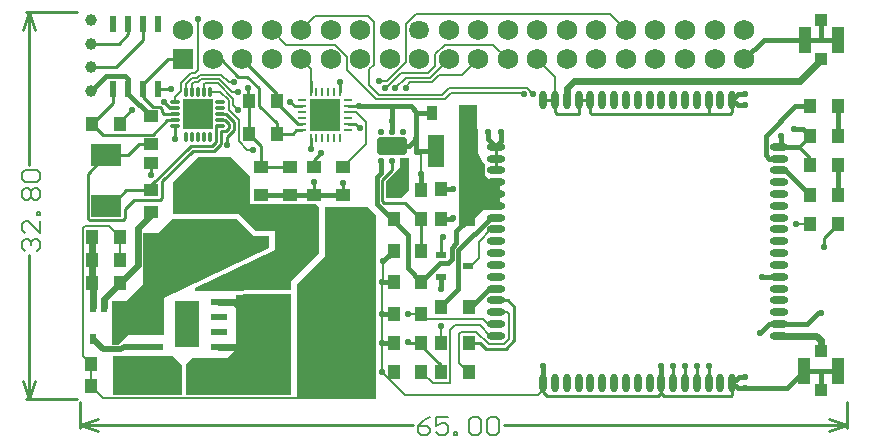
<source format=gtl>
G04 Layer_Physical_Order=1*
G04 Layer_Color=255*
%FSLAX43Y43*%
%MOMM*%
G71*
G01*
G75*
%ADD10R,2.600X2.700*%
%ADD11O,0.800X0.250*%
%ADD12O,0.250X0.800*%
%ADD13R,2.500X2.500*%
%ADD14O,0.950X0.300*%
%ADD15O,0.300X0.950*%
%ADD16R,2.000X4.000*%
%ADD17R,1.450X0.600*%
%ADD18R,0.910X1.220*%
%ADD19R,0.600X1.450*%
%ADD20R,2.600X1.900*%
%ADD21R,0.600X0.950*%
%ADD22R,1.050X1.300*%
%ADD23R,0.900X0.600*%
G04:AMPARAMS|DCode=24|XSize=0.5mm|YSize=0.45mm|CornerRadius=0.045mm|HoleSize=0mm|Usage=FLASHONLY|Rotation=270.000|XOffset=0mm|YOffset=0mm|HoleType=Round|Shape=RoundedRectangle|*
%AMROUNDEDRECTD24*
21,1,0.500,0.360,0,0,270.0*
21,1,0.410,0.450,0,0,270.0*
1,1,0.090,-0.180,-0.205*
1,1,0.090,-0.180,0.205*
1,1,0.090,0.180,0.205*
1,1,0.090,0.180,-0.205*
%
%ADD24ROUNDEDRECTD24*%
G04:AMPARAMS|DCode=25|XSize=1.5mm|YSize=2.5mm|CornerRadius=0.15mm|HoleSize=0mm|Usage=FLASHONLY|Rotation=270.000|XOffset=0mm|YOffset=0mm|HoleType=Round|Shape=RoundedRectangle|*
%AMROUNDEDRECTD25*
21,1,1.500,2.200,0,0,270.0*
21,1,1.200,2.500,0,0,270.0*
1,1,0.300,-1.100,-0.600*
1,1,0.300,-1.100,0.600*
1,1,0.300,1.100,0.600*
1,1,0.300,1.100,-0.600*
%
%ADD25ROUNDEDRECTD25*%
%ADD26R,3.600X8.200*%
%ADD27R,2.400X1.800*%
%ADD28R,1.300X1.050*%
%ADD29R,1.450X2.700*%
%ADD30R,3.000X1.300*%
%ADD31R,1.050X2.200*%
%ADD32R,1.000X1.000*%
%ADD33O,0.600X1.600*%
%ADD34O,1.600X0.600*%
%ADD35R,1.300X3.000*%
%ADD36C,0.254*%
%ADD37C,0.400*%
%ADD38C,0.250*%
%ADD39C,0.200*%
%ADD40C,0.500*%
%ADD41C,3.000*%
%ADD42C,1.800*%
%ADD43C,0.600*%
%ADD44C,0.152*%
%ADD45C,1.000*%
%ADD46C,1.750*%
%ADD47O,1.750X1.500*%
%ADD48R,1.750X1.750*%
%ADD49C,0.550*%
G36*
X17875Y375D02*
X9000Y375D01*
X9000Y2933D01*
X9534Y3500D01*
X13800D01*
Y8875D01*
X17875D01*
X17875Y375D01*
D02*
G37*
G36*
X7900Y3625D02*
X8625Y2900D01*
X8625Y375D01*
X2800Y375D01*
X2800Y3625D01*
X3850D01*
X7900Y3625D01*
D02*
G37*
G36*
X24425Y16225D02*
X25125Y15525D01*
X25125Y0D01*
X18375D01*
Y9500D01*
Y9750D01*
X20750Y12125D01*
Y16225D01*
X24425Y16225D01*
D02*
G37*
G36*
X14725Y13825D02*
X16025D01*
Y12800D01*
X7100Y8525D01*
Y5400D01*
X4125D01*
X3483Y4758D01*
X3449Y4736D01*
X3322Y4608D01*
X2725D01*
Y5550D01*
Y8300D01*
X3950D01*
X5325Y9675D01*
X5375Y9725D01*
Y11271D01*
X5384Y11316D01*
Y14025D01*
X6675D01*
X7875Y15225D01*
X13325D01*
X14725Y13825D01*
D02*
G37*
G36*
X27925Y19375D02*
Y17700D01*
X27200Y16975D01*
X25950D01*
Y18475D01*
X27125Y19650D01*
Y20425D01*
X27925D01*
Y19375D01*
D02*
G37*
G36*
X33725Y20800D02*
X34175Y20000D01*
Y19925D01*
Y19000D01*
X34200Y18975D01*
X34625Y18650D01*
X35475Y18600D01*
Y16125D01*
X34125D01*
X33425Y15425D01*
Y14625D01*
X32100D01*
Y14675D01*
Y24925D01*
X33650D01*
X33725Y20800D01*
D02*
G37*
G36*
X14400Y18875D02*
Y16500D01*
X19975D01*
X20250Y16225D01*
Y12350D01*
X17875Y9975D01*
X17875Y9200D01*
X9890Y9175D01*
X9800Y9265D01*
Y9400D01*
X16500Y12625D01*
Y14250D01*
X14875D01*
X13500Y15625D01*
X7900D01*
Y18400D01*
X10100Y20500D01*
X12775D01*
X14400Y18875D01*
D02*
G37*
D10*
X20800Y24025D02*
D03*
D11*
X18850Y22775D02*
D03*
Y23275D02*
D03*
Y23775D02*
D03*
Y24275D02*
D03*
Y24775D02*
D03*
Y25275D02*
D03*
X22750D02*
D03*
Y24775D02*
D03*
Y24275D02*
D03*
Y23775D02*
D03*
Y23275D02*
D03*
Y22775D02*
D03*
D12*
X19550Y25975D02*
D03*
X20050D02*
D03*
X20550D02*
D03*
X21050D02*
D03*
X21550D02*
D03*
X22050D02*
D03*
Y22075D02*
D03*
X21550D02*
D03*
X21050D02*
D03*
X20550D02*
D03*
X20050D02*
D03*
X19550D02*
D03*
D13*
X10000Y24100D02*
D03*
D14*
X8100Y23100D02*
D03*
Y23600D02*
D03*
Y24100D02*
D03*
Y24600D02*
D03*
Y25100D02*
D03*
X11900D02*
D03*
Y24600D02*
D03*
Y24100D02*
D03*
Y23600D02*
D03*
Y23100D02*
D03*
D15*
X9000Y26000D02*
D03*
X9500D02*
D03*
X10000D02*
D03*
X10500D02*
D03*
X11000D02*
D03*
Y22200D02*
D03*
X10500D02*
D03*
X10000D02*
D03*
X9500D02*
D03*
X9000D02*
D03*
D16*
X9100Y6345D02*
D03*
D17*
X11825Y4440D02*
D03*
Y5710D02*
D03*
Y6980D02*
D03*
Y8250D02*
D03*
X6375Y4440D02*
D03*
Y5710D02*
D03*
Y6980D02*
D03*
Y8250D02*
D03*
D18*
X29862Y24250D02*
D03*
X33138D02*
D03*
D19*
X2845Y26275D02*
D03*
X4115D02*
D03*
X5385D02*
D03*
X6655D02*
D03*
X2845Y31725D02*
D03*
X4115D02*
D03*
X5385D02*
D03*
X6655D02*
D03*
D20*
X2250Y20650D02*
D03*
Y16350D02*
D03*
D21*
X3025Y5075D02*
D03*
X1125D02*
D03*
Y7825D02*
D03*
X2075D02*
D03*
X3025D02*
D03*
D22*
X26576Y7225D02*
D03*
X28925D02*
D03*
X26576Y4725D02*
D03*
X28925D02*
D03*
X32924Y2275D02*
D03*
X30575D02*
D03*
X32924Y4775D02*
D03*
X30575D02*
D03*
X32924Y7775D02*
D03*
X30575D02*
D03*
X26576Y12550D02*
D03*
X28925D02*
D03*
X64174Y24775D02*
D03*
X61825D02*
D03*
X64174Y17275D02*
D03*
X61825D02*
D03*
X26576Y15225D02*
D03*
X28925D02*
D03*
X3424Y9825D02*
D03*
X1075D02*
D03*
X1076Y13750D02*
D03*
X3425D02*
D03*
X3424Y23275D02*
D03*
X1075D02*
D03*
X16699Y25225D02*
D03*
X14350D02*
D03*
X16674Y22475D02*
D03*
X14325D02*
D03*
X61825Y22275D02*
D03*
X64174D02*
D03*
X61825Y19775D02*
D03*
X64174D02*
D03*
X28924Y2275D02*
D03*
X26575D02*
D03*
X64174Y14775D02*
D03*
X61825D02*
D03*
X26576Y17725D02*
D03*
X28925D02*
D03*
X26576Y9925D02*
D03*
X28925D02*
D03*
X32924Y15275D02*
D03*
X30575D02*
D03*
X32924Y17775D02*
D03*
X30575D02*
D03*
X976Y1075D02*
D03*
X3325D02*
D03*
X976Y2975D02*
D03*
X3325D02*
D03*
X3424Y11800D02*
D03*
X1075D02*
D03*
D23*
X32900Y11250D02*
D03*
X30600Y10300D02*
D03*
Y12200D02*
D03*
D24*
X25475Y22625D02*
D03*
X26425D02*
D03*
X27350D02*
D03*
X25475Y20175D02*
D03*
X26425D02*
D03*
X27350D02*
D03*
D25*
X26425Y21400D02*
D03*
D26*
X21575Y4775D02*
D03*
X14975D02*
D03*
D27*
X6800Y1800D02*
D03*
X10900D02*
D03*
D28*
X6025Y21576D02*
D03*
Y23925D02*
D03*
Y17651D02*
D03*
Y20000D02*
D03*
X15375Y13301D02*
D03*
Y15650D02*
D03*
X6025Y15849D02*
D03*
Y13500D02*
D03*
X15350Y17301D02*
D03*
Y19650D02*
D03*
X17800Y19649D02*
D03*
Y17300D02*
D03*
X19800Y17301D02*
D03*
Y19650D02*
D03*
X22300Y17301D02*
D03*
Y19650D02*
D03*
D29*
X32825Y21000D02*
D03*
X30175D02*
D03*
D30*
X23400Y13100D02*
D03*
X18200D02*
D03*
D31*
X61375Y30400D02*
D03*
X64225D02*
D03*
X64200Y2400D02*
D03*
X61350D02*
D03*
D32*
X62800Y32050D02*
D03*
Y28750D02*
D03*
X62775Y750D02*
D03*
Y4050D02*
D03*
D33*
X39250Y25350D02*
D03*
X40250D02*
D03*
X41250D02*
D03*
X42250D02*
D03*
X43250D02*
D03*
X44250D02*
D03*
X45250D02*
D03*
X46250D02*
D03*
X47250D02*
D03*
X48250D02*
D03*
X49250D02*
D03*
X50250D02*
D03*
X51250D02*
D03*
X52250D02*
D03*
X53250D02*
D03*
X54250D02*
D03*
X55250D02*
D03*
Y1350D02*
D03*
X54250D02*
D03*
X53250D02*
D03*
X52250D02*
D03*
X51250D02*
D03*
X50250D02*
D03*
X49250D02*
D03*
X48250D02*
D03*
X47250D02*
D03*
X46250D02*
D03*
X45250D02*
D03*
X44250D02*
D03*
X43250D02*
D03*
X42250D02*
D03*
X41250D02*
D03*
X40250D02*
D03*
X39250D02*
D03*
D34*
X59250Y21350D02*
D03*
Y20350D02*
D03*
Y19350D02*
D03*
Y18350D02*
D03*
Y17350D02*
D03*
Y16350D02*
D03*
Y15350D02*
D03*
Y14350D02*
D03*
Y13350D02*
D03*
Y12350D02*
D03*
Y11350D02*
D03*
Y10350D02*
D03*
Y9350D02*
D03*
Y8350D02*
D03*
Y7350D02*
D03*
Y6350D02*
D03*
Y5350D02*
D03*
X35250D02*
D03*
Y6350D02*
D03*
Y7350D02*
D03*
Y8350D02*
D03*
Y9350D02*
D03*
Y10350D02*
D03*
Y11350D02*
D03*
Y12350D02*
D03*
Y13350D02*
D03*
Y14350D02*
D03*
Y15350D02*
D03*
Y16350D02*
D03*
Y17350D02*
D03*
Y18350D02*
D03*
Y19350D02*
D03*
Y20350D02*
D03*
Y21350D02*
D03*
D35*
X10725Y13725D02*
D03*
Y18925D02*
D03*
D36*
X-4560Y32800D02*
X-254D01*
X-4560Y0D02*
X-254D01*
X-4306Y19828D02*
Y32800D01*
Y0D02*
Y12159D01*
X-4814Y31276D02*
X-4306Y32800D01*
X-3798Y31276D01*
X-4306Y0D02*
X-3798Y1524D01*
X-4814D02*
X-4306Y0D01*
X65000Y-2429D02*
Y-254D01*
X0Y-2429D02*
Y-254D01*
X35928Y-2175D02*
X65000D01*
X0D02*
X28259D01*
X63476Y-1667D02*
X65000Y-2175D01*
X63476Y-2683D02*
X65000Y-2175D01*
X0D02*
X1524Y-2683D01*
X0Y-2175D02*
X1524Y-1667D01*
X18250Y24775D02*
X18850D01*
X19550Y25975D02*
Y26900D01*
X22750Y24775D02*
X23675D01*
X11900Y24100D02*
X12423D01*
X12500Y21500D02*
Y22177D01*
X3424Y23499D02*
X4400Y24475D01*
X12500Y22177D02*
X13072Y22749D01*
Y23451D01*
X12423Y24100D02*
X13072Y23451D01*
X52250Y1350D02*
Y2775D01*
X51250Y1350D02*
Y2750D01*
X50250Y2775D02*
X50250Y2775D01*
Y1350D02*
Y2775D01*
X53250Y1350D02*
Y2775D01*
X5385Y30360D02*
Y31725D01*
X3100Y28075D02*
X5385Y30360D01*
X975Y28075D02*
X3100D01*
X4115Y30865D02*
Y31725D01*
X3325Y30075D02*
X4115Y30865D01*
X975Y30075D02*
X3325D01*
X55250Y375D02*
Y1350D01*
X55138Y263D02*
X55250Y375D01*
X49487Y263D02*
X55138D01*
X49250Y500D02*
X49487Y263D01*
X48975Y225D02*
X49250Y500D01*
X39575Y225D02*
X48975D01*
X39250Y550D02*
X39575Y225D01*
X55250Y24300D02*
Y25350D01*
X55050Y24100D02*
X55250Y24300D01*
X53400Y24100D02*
X55050D01*
X53250Y24250D02*
X53400Y24100D01*
X53250Y24250D02*
Y25350D01*
X53100Y24100D02*
X53250Y24250D01*
X43250Y24250D02*
Y25350D01*
Y24250D02*
X43400Y24100D01*
X53100D01*
X40250Y24325D02*
X40450Y24125D01*
X40250Y24325D02*
Y25350D01*
X39250D02*
X40250D01*
X42250D02*
X43250D01*
X42250Y24150D02*
Y25350D01*
X42225Y24125D02*
X42250Y24150D01*
X40450Y24125D02*
X42225D01*
X35250Y20350D02*
Y21350D01*
Y19350D02*
Y20350D01*
X63025Y13626D02*
X64174Y14775D01*
X63025Y12825D02*
Y13626D01*
X26425Y19375D02*
Y20175D01*
X27550Y16600D02*
X28925Y15225D01*
X25625Y18575D02*
X26425Y19375D01*
X25625Y16750D02*
Y18575D01*
Y16750D02*
X25775Y16600D01*
X27550D01*
X28925Y12550D02*
Y15225D01*
X17850Y25175D02*
X18250Y24775D01*
X19800Y19650D02*
Y20250D01*
X2845Y25045D02*
Y26275D01*
X1075Y23275D02*
X2845Y25045D01*
X7150Y25107D02*
X7657Y24600D01*
X8100D01*
X3424Y23275D02*
Y23499D01*
X5206Y22338D02*
X5256Y22388D01*
X6189D01*
X7401Y23600D01*
X8100D01*
X1075Y23275D02*
X2012Y22338D01*
X5206D01*
X39250Y550D02*
Y750D01*
X13381Y24451D02*
X13415Y24485D01*
X13376Y24451D02*
X13381D01*
X19550Y21150D02*
Y22075D01*
X19800Y20250D02*
X20400Y20850D01*
X7150Y25107D02*
X7175Y25132D01*
Y25151D01*
D37*
X32924Y7642D02*
X34632Y9350D01*
X4115Y25835D02*
X6025Y23925D01*
X34600Y22000D02*
Y22600D01*
Y22000D02*
X35250Y21350D01*
X35700Y21800D02*
Y22600D01*
X35250Y21350D02*
X35700Y21800D01*
X27875Y21400D02*
X28500Y22025D01*
X26425Y21400D02*
X27875D01*
X23675Y24775D02*
X28075D01*
X34817Y15350D02*
X35250D01*
X32050Y12583D02*
X34817Y15350D01*
X34632Y9350D02*
X35250D01*
X26575Y4724D02*
X26576Y4725D01*
X30575Y7850D02*
X32050Y9325D01*
Y12583D01*
X30575Y7775D02*
Y7850D01*
X59250Y21350D02*
X60900D01*
X59250Y19350D02*
X59750D01*
X61825Y17275D01*
X64174D02*
Y19775D01*
X64174Y19775D02*
X64174Y19775D01*
X64174Y22275D02*
Y24775D01*
X64174Y24775D01*
X60550D02*
X61825D01*
X58075Y22300D02*
X60550Y24775D01*
X58075Y20625D02*
Y22300D01*
Y20625D02*
X58350Y20350D01*
X59250D01*
X25601Y4725D02*
X26576D01*
X25601Y7225D02*
X26576D01*
X25601Y9925D02*
X26576D01*
X25475Y19114D02*
Y20175D01*
X25138Y18777D02*
X25475Y19114D01*
X25138Y16548D02*
Y18777D01*
Y16548D02*
X26461Y15225D01*
X26576D01*
X28925Y17725D02*
Y19050D01*
X28925Y19050D01*
X30575Y17775D02*
X31600D01*
X31625Y17800D01*
X30575Y15275D02*
X31550D01*
X31600Y15325D01*
X26576Y15074D02*
Y15225D01*
X27775Y11075D02*
X28925Y9925D01*
X30540Y11540D01*
X31199D01*
X31490Y11831D01*
Y12815D01*
X31900Y13225D01*
Y14251D01*
X32924Y15275D01*
X30600Y9300D02*
Y10300D01*
X30600Y9300D02*
X30600Y9300D01*
X26576Y15074D02*
X27775Y13875D01*
Y11075D02*
Y13875D01*
X26425Y22625D02*
Y23550D01*
X28575Y21000D02*
X30175D01*
X28600Y24250D02*
X29862D01*
X55750Y24850D02*
X56300D01*
X55250Y25350D02*
X55750Y24850D01*
X55700Y25800D02*
X56300D01*
X55250Y25350D02*
X55700Y25800D01*
X59375Y21475D02*
Y22300D01*
X59250Y21350D02*
X59375Y21475D01*
X60500Y22875D02*
X61225D01*
X61825Y22275D01*
X55800Y1900D02*
X56325D01*
X55250Y1350D02*
X55800Y1900D01*
X55700Y900D02*
X56300D01*
X55250Y1350D02*
X55700Y900D01*
X49250Y2750D02*
X49250Y2750D01*
Y1350D02*
Y2750D01*
X39250Y1350D02*
Y2750D01*
X975Y26075D02*
X2260Y27360D01*
X3840D01*
X4115Y27085D01*
Y26275D02*
Y27085D01*
X15350Y17301D02*
X17799D01*
X17800Y17300D01*
X19799D01*
X19800Y17301D01*
X22300D01*
X4115Y25835D02*
Y26275D01*
X25675Y11649D02*
X26576Y12550D01*
X28075Y24775D02*
X28600Y24250D01*
X28500Y21075D02*
Y22025D01*
Y24150D01*
X56300Y900D02*
X59850D01*
X61350Y2400D01*
X62775Y750D02*
Y2375D01*
X61350Y2400D02*
X62800D01*
X64200D01*
X62800Y30400D02*
Y32050D01*
X61375Y30400D02*
X62800D01*
X64225D01*
X57900D02*
X61375D01*
X56250Y28750D02*
X57900Y30400D01*
X58350Y6350D02*
X59250D01*
X57575Y5575D02*
X58350Y6350D01*
X59250D02*
X61575D01*
X57825Y10350D02*
X59250D01*
X57775Y10300D02*
X57825Y10350D01*
X26425Y23550D02*
X26450Y23575D01*
X26475D01*
X26425Y24750D02*
X26475Y24700D01*
Y23575D02*
Y24700D01*
X61575Y6350D02*
X62500Y7275D01*
X62725D01*
D38*
X18495Y23275D02*
X18850D01*
X18325Y22775D02*
X18850D01*
X22050Y25975D02*
Y26850D01*
X11900Y23600D02*
X12340D01*
X6960Y24315D02*
Y24568D01*
X14500Y22300D02*
X14700Y22500D01*
X14500Y22300D02*
X15350Y21450D01*
X14325Y22475D02*
X14500Y22300D01*
X15350Y19650D02*
Y21450D01*
X12660Y22920D02*
Y23280D01*
X12405Y22665D02*
X12660Y22920D01*
X11945Y22665D02*
X12405D01*
X35250Y8350D02*
X36225D01*
X36760Y7815D01*
Y4953D02*
Y7815D01*
X34338Y4355D02*
X34342D01*
X32924Y4775D02*
X33918D01*
X34338Y4355D01*
X36072Y4265D02*
X36760Y4953D01*
X34342Y4355D02*
X34432Y4265D01*
X36072D01*
X35250Y7350D02*
X35295Y7305D01*
X28925Y4500D02*
Y4725D01*
X30575Y2275D02*
Y2850D01*
X28925Y4500D02*
X30575Y2850D01*
X60900Y21350D02*
X61825Y22275D01*
Y19775D02*
Y20425D01*
X60900Y21350D02*
X61825Y20425D01*
X832Y15115D02*
X3668D01*
X665Y15282D02*
X832Y15115D01*
X665Y15282D02*
Y19065D01*
X2250Y20650D01*
X5000Y21576D02*
X6025D01*
X4074Y20650D02*
X5000Y21576D01*
X2250Y20650D02*
X4074D01*
X2475Y16125D02*
X3275D01*
X2250Y16350D02*
X2475Y16125D01*
X5385Y26275D02*
Y26635D01*
X22750Y23275D02*
X23325D01*
X14350Y22500D02*
Y25225D01*
X14325Y22475D02*
X14350Y22500D01*
X15350Y19650D02*
X17799D01*
X17800Y19649D01*
X16699Y25071D02*
Y25225D01*
Y25071D02*
X18495Y23275D01*
X16674Y22475D02*
X18025D01*
X18325Y22775D01*
X6025Y18926D02*
Y20000D01*
X8100Y22026D02*
Y23100D01*
X7175Y24100D02*
X8100D01*
X6960Y24315D02*
X7175Y24100D01*
X5385Y25540D02*
X6190Y24735D01*
X5385Y25540D02*
Y26275D01*
X11625Y23100D02*
X11900D01*
X11535Y23010D02*
X11625Y23100D01*
X5385Y26635D02*
X7500Y28750D01*
X8750D01*
X16699Y25225D02*
Y25801D01*
X16674Y22475D02*
Y23326D01*
X15160Y24840D02*
X16674Y23326D01*
X6025Y17651D02*
Y18075D01*
X6960Y17008D02*
Y18430D01*
X6777Y16825D02*
X6960Y17008D01*
X4575Y16825D02*
X6777D01*
X3835Y16085D02*
X4575Y16825D01*
X3835Y15282D02*
Y16085D01*
X3668Y15115D02*
X3835Y15282D01*
X2250Y16350D02*
X2650D01*
X3951Y17651D01*
X6025D01*
X22300Y17301D02*
X22300Y17301D01*
X22300Y17301D02*
Y18300D01*
X13750Y28750D02*
X16699Y25801D01*
X27875Y4725D02*
X28925D01*
X27800Y4800D02*
X27875Y4725D01*
X12340Y23600D02*
X12660Y23280D01*
X6655Y26275D02*
X7729D01*
X19800Y17301D02*
Y18375D01*
X11940Y21732D02*
X11945Y21737D01*
Y22665D01*
X11530Y21902D02*
X11535Y21907D01*
X6025Y18075D02*
X9390Y21440D01*
X6960Y18430D02*
X9560Y21030D01*
X11535Y21907D02*
Y23010D01*
X9560Y21030D02*
X11350D01*
X11940Y21620D01*
Y21732D01*
X9390Y21440D02*
X11180D01*
X11530Y21790D01*
Y21902D01*
X11942Y28750D02*
X13392Y27300D01*
X11250Y28750D02*
X11942D01*
X30600Y13750D02*
X30625Y13725D01*
X30775D01*
X30600Y12200D02*
Y13750D01*
X6190Y24735D02*
X6793D01*
X6960Y24568D01*
X15160Y24840D02*
Y26347D01*
X13392Y27300D02*
X14207D01*
X15160Y26347D01*
X14235Y25340D02*
X14350Y25225D01*
X14235Y25340D02*
Y26365D01*
X23325Y23275D02*
X23700Y22900D01*
X14325Y22125D02*
X14500Y22300D01*
D39*
X9500Y26000D02*
Y26645D01*
X11000Y26000D02*
X11905D01*
X10500D02*
Y26645D01*
X8100Y25100D02*
Y25600D01*
X9000Y26000D02*
Y26654D01*
X10307Y27095D02*
X11828D01*
X10053Y26841D02*
X10307Y27095D01*
X9696Y26841D02*
X10053D01*
X9500Y26645D02*
X9696Y26841D01*
X10158Y27455D02*
X11977D01*
X9904Y27201D02*
X10158Y27455D01*
X9547Y27201D02*
X9904D01*
X9000Y26654D02*
X9547Y27201D01*
X10590Y26735D02*
X11679D01*
X10500Y26645D02*
X10590Y26735D01*
X13459Y21798D02*
Y23611D01*
Y21798D02*
X14157Y21100D01*
X11679Y26735D02*
X12995Y25419D01*
Y24873D02*
Y25419D01*
X12632Y26800D02*
X13100D01*
X11977Y27455D02*
X12632Y26800D01*
X11828Y27095D02*
X12923Y26000D01*
X12635Y24435D02*
X13459Y23611D01*
X12635Y24435D02*
Y25270D01*
X11905Y26000D02*
X12635Y25270D01*
X290Y3661D02*
X976Y2975D01*
X290Y3661D02*
Y14507D01*
X3424Y11800D02*
X3425Y11801D01*
Y13750D01*
X2515Y14660D02*
X3425Y13750D01*
X443Y14660D02*
X2515D01*
X290Y14507D02*
X443Y14660D01*
X21575Y2225D02*
Y4775D01*
X19450Y100D02*
X21575Y2225D01*
X1951Y100D02*
X19450D01*
X976Y1075D02*
X1951Y100D01*
X976Y824D02*
Y975D01*
X27800Y7200D02*
X27825Y7225D01*
X28925D01*
X17500Y30000D02*
X21605D01*
X16250Y31250D02*
X17500Y30000D01*
X19885Y32385D02*
X24415D01*
X18750Y31250D02*
X19885Y32385D01*
X33125Y11250D02*
X33800Y11925D01*
X32900Y11250D02*
X33125D01*
X33800Y11925D02*
Y13300D01*
X34850Y14350D01*
X35250D01*
X36200Y7350D02*
X36375Y7175D01*
X28924Y2275D02*
X29874Y1325D01*
X28925Y7225D02*
X29360Y6790D01*
X34600Y6350D02*
X35250D01*
X34750Y5350D02*
X35250D01*
X29874Y1325D02*
X31375D01*
X34160Y6790D02*
X34600Y6350D01*
X33875Y6225D02*
X34750Y5350D01*
X29360Y6790D02*
X34160D01*
X31800Y6225D02*
X33875D01*
X31375Y5800D02*
X31800Y6225D01*
X35913Y4650D02*
X36375Y5112D01*
X34627Y4650D02*
X35913D01*
X33592Y5685D02*
X34627Y4650D01*
X32291Y5685D02*
X33592D01*
X32139Y5533D02*
X32291Y5685D01*
X32124Y5533D02*
X32139D01*
X32114Y5543D02*
X32124Y5533D01*
X36375Y5112D02*
Y7175D01*
X35250Y7350D02*
X36200D01*
X32114Y3085D02*
Y5543D01*
Y3085D02*
X32924Y2275D01*
X31375Y1325D02*
Y5800D01*
X22750Y24275D02*
X23400D01*
X35000Y30000D02*
X36250Y28750D01*
X21605Y30000D02*
X22615Y28990D01*
Y27885D02*
Y28990D01*
X30895Y30000D02*
X35000D01*
X30115Y29220D02*
X30895Y30000D01*
X30115Y28215D02*
Y29220D01*
X29500Y27600D02*
X30115Y28215D01*
X22615Y27885D02*
X25100Y25400D01*
X25100Y25400D01*
X29700Y27200D02*
X31250Y28750D01*
X24885Y28280D02*
Y31915D01*
X24415Y32385D02*
X24885Y31915D01*
X24500Y27895D02*
X24885Y28280D01*
X24500Y26600D02*
Y27895D01*
X27214Y27600D02*
X29500D01*
X25100Y25400D02*
X25110Y25390D01*
X24500Y26600D02*
X25340Y25760D01*
X25110Y25390D02*
X25120Y25400D01*
X28611Y26810D02*
X28621Y26800D01*
X29809D01*
X28010Y26810D02*
X28611D01*
X27600Y27200D02*
X29700D01*
X27600Y26400D02*
X28010Y26810D01*
X27600Y26300D02*
Y26400D01*
X26700Y26300D02*
X27600Y27200D01*
X28925Y19050D02*
Y20650D01*
X28575Y21000D02*
X28925Y20650D01*
X28500Y21075D02*
X28575Y21000D01*
X28500Y24150D02*
X28600Y24250D01*
X25601Y7225D02*
Y9925D01*
X25601Y9925D02*
X25601Y9925D01*
X25675Y9999D02*
Y11649D01*
X25601Y9925D02*
X25675Y9999D01*
X25601Y4725D02*
Y7225D01*
Y2276D02*
Y4725D01*
X25600Y2275D02*
X25601Y2276D01*
X39250Y750D02*
Y1350D01*
X38800Y300D02*
X39250Y750D01*
X27575Y300D02*
X38800D01*
X62775Y2375D02*
X62800Y2400D01*
X40250Y25350D02*
Y27250D01*
X38750Y28750D02*
X40250Y27250D01*
X60700Y14775D02*
X61825D01*
X60675Y14800D02*
X60700Y14775D01*
X19550Y26900D02*
Y27950D01*
X18750Y28750D02*
X19550Y27950D01*
X31421Y25900D02*
X34979D01*
X34989Y25890D01*
X29809Y26800D02*
X30409Y27400D01*
X32400D01*
X33750Y28750D01*
X38321Y25800D02*
X38400D01*
X44900Y32600D02*
X46250Y31250D01*
X28495Y32600D02*
X44900D01*
X27615Y31720D02*
X28495Y32600D01*
X27615Y28510D02*
Y31720D01*
X30575Y4775D02*
Y6175D01*
X30600Y6200D01*
X8100Y25600D02*
X8590Y26090D01*
Y26753D01*
X9398Y27561D01*
X9755D01*
X10025Y27831D01*
Y32175D01*
X10000Y32200D02*
X10025Y32175D01*
X30921Y25400D02*
X31421Y25900D01*
X25964Y26350D02*
X27214Y27600D01*
X26030Y26925D02*
X27615Y28510D01*
X25120Y25400D02*
X30921D01*
X25340Y25760D02*
X30660D01*
X25825Y26350D02*
X25964D01*
X25325Y26925D02*
X26030D01*
X13399Y26001D02*
X13400Y26000D01*
X13376Y26001D02*
X13399D01*
X12995Y24873D02*
X13376Y24492D01*
Y24451D02*
Y24492D01*
X14157Y21100D02*
X14700D01*
X12923Y26000D02*
X13400D01*
X34989Y25890D02*
X37510D01*
X37475Y25855D02*
X37510Y25890D01*
X37475Y25855D02*
X37505Y25825D01*
X37625D01*
X37847Y26360D02*
X38160Y26047D01*
Y25961D02*
Y26047D01*
Y25961D02*
X38321Y25800D01*
X31260Y26360D02*
X37847D01*
X30660Y25760D02*
X31260Y26360D01*
X24235Y21585D02*
Y23440D01*
X22300Y19650D02*
X24235Y21585D01*
X23400Y24275D02*
X24235Y23440D01*
X25600Y2275D02*
X27575Y300D01*
X976Y1075D02*
Y2975D01*
X976Y2975D02*
X976Y2975D01*
D40*
X3495Y4190D02*
X3745Y4440D01*
X2010Y4190D02*
X3495D01*
X3745Y4440D02*
X6375D01*
X1125Y5075D02*
X2010Y4190D01*
D41*
X21575Y4775D02*
X23400Y6600D01*
Y13100D01*
D42*
X12000Y1800D02*
X14640Y4440D01*
X14975Y4775D01*
X10900Y1800D02*
X12000D01*
D43*
X14975Y4775D02*
Y6325D01*
X13050Y8250D02*
X14975Y6325D01*
X11825Y8250D02*
X13050D01*
X11825Y4440D02*
X14640D01*
X59250Y5350D02*
X62375D01*
X62775Y4950D01*
Y4050D02*
Y4950D01*
X60950Y26900D02*
X62800Y28750D01*
X41250Y25350D02*
Y26300D01*
X41850Y26900D01*
X60950D01*
X35250Y17350D02*
Y18350D01*
X33999Y16350D02*
X35250D01*
X32924Y15275D02*
X33999Y16350D01*
X33975Y18125D02*
Y19850D01*
X32825Y21000D02*
X33975Y19850D01*
X32825Y17874D02*
Y21000D01*
Y17874D02*
X32924Y17775D01*
X33625D02*
X33999Y17401D01*
X33625Y17775D02*
X33975Y18125D01*
X33999Y16350D02*
Y17401D01*
X32924Y15275D02*
Y17775D01*
X35250Y16350D02*
Y17350D01*
X1125Y7825D02*
Y9775D01*
X1075Y9825D02*
X1125Y9775D01*
X1075Y9825D02*
Y11800D01*
Y13749D01*
X1076Y13750D01*
X2075Y7825D02*
Y8476D01*
X3424Y9825D01*
X4915Y11316D01*
Y14485D01*
X6025Y15595D01*
Y15849D01*
D44*
X-4661Y12566D02*
X-4915Y12820D01*
Y13327D01*
X-4661Y13581D01*
X-4408D01*
X-4154Y13327D01*
Y13074D01*
Y13327D01*
X-3900Y13581D01*
X-3646D01*
X-3392Y13327D01*
Y12820D01*
X-3646Y12566D01*
X-3392Y15105D02*
Y14089D01*
X-4408Y15105D01*
X-4661D01*
X-4915Y14851D01*
Y14343D01*
X-4661Y14089D01*
X-3392Y15613D02*
X-3646D01*
Y15867D01*
X-3392D01*
Y15613D01*
X-4661Y16882D02*
X-4915Y17136D01*
Y17644D01*
X-4661Y17898D01*
X-4408D01*
X-4154Y17644D01*
X-3900Y17898D01*
X-3646D01*
X-3392Y17644D01*
Y17136D01*
X-3646Y16882D01*
X-3900D01*
X-4154Y17136D01*
X-4408Y16882D01*
X-4661D01*
X-4154Y17136D02*
Y17644D01*
X-4661Y18406D02*
X-4915Y18660D01*
Y19168D01*
X-4661Y19421D01*
X-3646D01*
X-3392Y19168D01*
Y18660D01*
X-3646Y18406D01*
X-4661D01*
X29681Y-1566D02*
X29174Y-1820D01*
X28666Y-2327D01*
Y-2835D01*
X28920Y-3089D01*
X29427D01*
X29681Y-2835D01*
Y-2581D01*
X29427Y-2327D01*
X28666D01*
X31205Y-1566D02*
X30189D01*
Y-2327D01*
X30697Y-2073D01*
X30951D01*
X31205Y-2327D01*
Y-2835D01*
X30951Y-3089D01*
X30443D01*
X30189Y-2835D01*
X31713Y-3089D02*
Y-2835D01*
X31967D01*
Y-3089D01*
X31713D01*
X32982Y-1820D02*
X33236Y-1566D01*
X33744D01*
X33998Y-1820D01*
Y-2835D01*
X33744Y-3089D01*
X33236D01*
X32982Y-2835D01*
Y-1820D01*
X34506D02*
X34760Y-1566D01*
X35268D01*
X35521Y-1820D01*
Y-2835D01*
X35268Y-3089D01*
X34760D01*
X34506Y-2835D01*
Y-1820D01*
D45*
X975Y32075D02*
D03*
Y30075D02*
D03*
Y28075D02*
D03*
Y26075D02*
D03*
D46*
X56250Y31250D02*
D03*
Y28750D02*
D03*
X53750Y31250D02*
D03*
Y28750D02*
D03*
X51250Y31250D02*
D03*
Y28750D02*
D03*
X48750Y31250D02*
D03*
Y28750D02*
D03*
X46250Y31250D02*
D03*
Y28750D02*
D03*
X43750Y31250D02*
D03*
Y28750D02*
D03*
X41250Y31250D02*
D03*
Y28750D02*
D03*
X38750Y31250D02*
D03*
Y28750D02*
D03*
X36250Y31250D02*
D03*
Y28750D02*
D03*
X33750Y31250D02*
D03*
Y28750D02*
D03*
X31250Y31250D02*
D03*
Y28750D02*
D03*
X28750D02*
D03*
X26250Y31250D02*
D03*
Y28750D02*
D03*
X23750Y31250D02*
D03*
Y28750D02*
D03*
X21250Y31250D02*
D03*
Y28750D02*
D03*
X18750Y31250D02*
D03*
Y28750D02*
D03*
X16250Y31250D02*
D03*
Y28750D02*
D03*
X13750Y31250D02*
D03*
Y28750D02*
D03*
X11250Y31250D02*
D03*
Y28750D02*
D03*
X8750Y31250D02*
D03*
D47*
X28750D02*
D03*
D48*
X8750Y28750D02*
D03*
D49*
X12500Y21500D02*
D03*
X9025Y12000D02*
D03*
Y12700D02*
D03*
Y13400D02*
D03*
Y14100D02*
D03*
X8225D02*
D03*
Y13400D02*
D03*
Y12700D02*
D03*
Y12000D02*
D03*
X7425D02*
D03*
Y12700D02*
D03*
Y13400D02*
D03*
Y14100D02*
D03*
X11200Y17700D02*
D03*
Y16900D02*
D03*
X10500Y16100D02*
D03*
X11200D02*
D03*
X9800D02*
D03*
X10500Y16900D02*
D03*
Y17700D02*
D03*
X9800D02*
D03*
X4400Y24475D02*
D03*
X9025Y14800D02*
D03*
X8225D02*
D03*
X17400Y11300D02*
D03*
X16700D02*
D03*
X16000D02*
D03*
X15300D02*
D03*
X14600D02*
D03*
Y10500D02*
D03*
X15300D02*
D03*
X16000D02*
D03*
X16700D02*
D03*
X17400D02*
D03*
Y9700D02*
D03*
X16700D02*
D03*
X16000D02*
D03*
X15300D02*
D03*
X14600D02*
D03*
X10000Y32200D02*
D03*
X13100Y26800D02*
D03*
X9100Y17700D02*
D03*
X8400D02*
D03*
Y16900D02*
D03*
X9100D02*
D03*
X9800D02*
D03*
X9100Y16100D02*
D03*
X8400D02*
D03*
X22700Y14500D02*
D03*
X23400D02*
D03*
X24100D02*
D03*
X24800D02*
D03*
Y15200D02*
D03*
X24100D02*
D03*
X23400D02*
D03*
X22700Y15900D02*
D03*
X23400D02*
D03*
X24100D02*
D03*
X4350Y800D02*
D03*
X26875Y18800D02*
D03*
X27550Y19250D02*
D03*
Y18575D02*
D03*
Y17850D02*
D03*
X5000Y3125D02*
D03*
Y2350D02*
D03*
Y1600D02*
D03*
Y800D02*
D03*
X34600Y22600D02*
D03*
X35700D02*
D03*
X27800Y7200D02*
D03*
Y4800D02*
D03*
X30600Y6200D02*
D03*
X51250Y2750D02*
D03*
X52250Y2775D02*
D03*
X53250D02*
D03*
X50250D02*
D03*
X63025Y12825D02*
D03*
X25600Y2275D02*
D03*
X25601Y4725D02*
D03*
Y7225D02*
D03*
X25601Y9925D02*
D03*
X31600Y15325D02*
D03*
X31625Y17800D02*
D03*
X28925Y19050D02*
D03*
X30600Y9300D02*
D03*
X28500Y22025D02*
D03*
X28525Y20950D02*
D03*
X56300Y25800D02*
D03*
Y24850D02*
D03*
X59375Y22300D02*
D03*
X60500Y22875D02*
D03*
X56325Y1900D02*
D03*
X56300Y900D02*
D03*
X49250Y2750D02*
D03*
X39250D02*
D03*
X22050Y26850D02*
D03*
X17850Y25175D02*
D03*
X6025Y18926D02*
D03*
X8100Y22026D02*
D03*
X25675Y11649D02*
D03*
X4350Y1600D02*
D03*
Y2350D02*
D03*
Y3125D02*
D03*
X22300Y18300D02*
D03*
X27600Y26300D02*
D03*
X26700D02*
D03*
X23675Y24775D02*
D03*
X60675Y14800D02*
D03*
X38400Y25800D02*
D03*
X57575Y5575D02*
D03*
X57775Y10300D02*
D03*
X8775Y7495D02*
D03*
X9425D02*
D03*
X8775Y6720D02*
D03*
Y5970D02*
D03*
Y5170D02*
D03*
X9425D02*
D03*
Y5970D02*
D03*
Y6720D02*
D03*
X7729Y26275D02*
D03*
X26475Y23575D02*
D03*
X25825Y26350D02*
D03*
X25325Y26925D02*
D03*
X13376Y26001D02*
D03*
Y24451D02*
D03*
X19550Y21150D02*
D03*
X19800Y18375D02*
D03*
X20400Y20850D02*
D03*
X14700Y21100D02*
D03*
X62725Y7275D02*
D03*
X30775Y13725D02*
D03*
X7175Y25151D02*
D03*
X14235Y26365D02*
D03*
X37625Y25825D02*
D03*
X23700Y22900D02*
D03*
M02*

</source>
